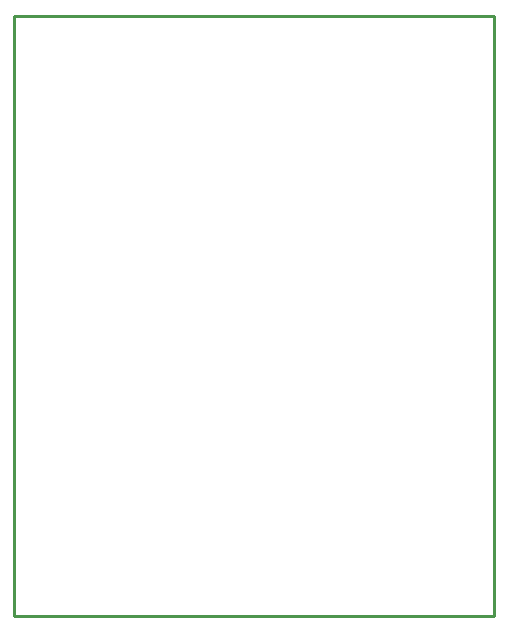
<source format=gbr>
G04 start of page 4 for group 2 idx 2 *
G04 Title: (unknown), outline *
G04 Creator: pcb 4.0.2 *
G04 CreationDate: Thu Jul  2 20:29:10 2020 UTC *
G04 For: ndholmes *
G04 Format: Gerber/RS-274X *
G04 PCB-Dimensions (mil): 3600.00 2000.00 *
G04 PCB-Coordinate-Origin: lower left *
%MOIN*%
%FSLAX25Y25*%
%LNOUTLINE*%
%ADD33C,0.0100*%
G54D33*X0Y200000D02*X160000D01*
Y0D01*
X0D01*
Y200000D01*
M02*

</source>
